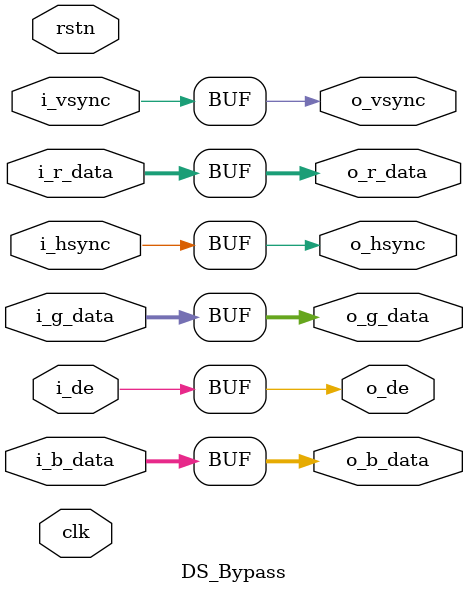
<source format=sv>
module DS_Bypass #(
    parameter WIDTH = 10
)(
    input  logic             clk,
    input  logic             rstn,
    input  logic             i_vsync,
    input  logic             i_hsync,
    input  logic             i_de,
    input  logic [WIDTH-1:0] i_r_data,
    input  logic [WIDTH-1:0] i_g_data,
    input  logic [WIDTH-1:0] i_b_data,
    output logic             o_vsync,
    output logic             o_hsync,
    output logic             o_de,
    output logic [WIDTH-1:0] o_r_data,
    output logic [WIDTH-1:0] o_g_data,
    output logic [WIDTH-1:0] o_b_data
);

    // Output (Conntected Directly)
    assign o_vsync  = i_vsync; 
    assign o_hsync  = i_hsync;
    assign o_de     = i_de;
    assign o_r_data = i_r_data;
    assign o_g_data = i_g_data;
    assign o_b_data = i_b_data;
    
endmodule
</source>
